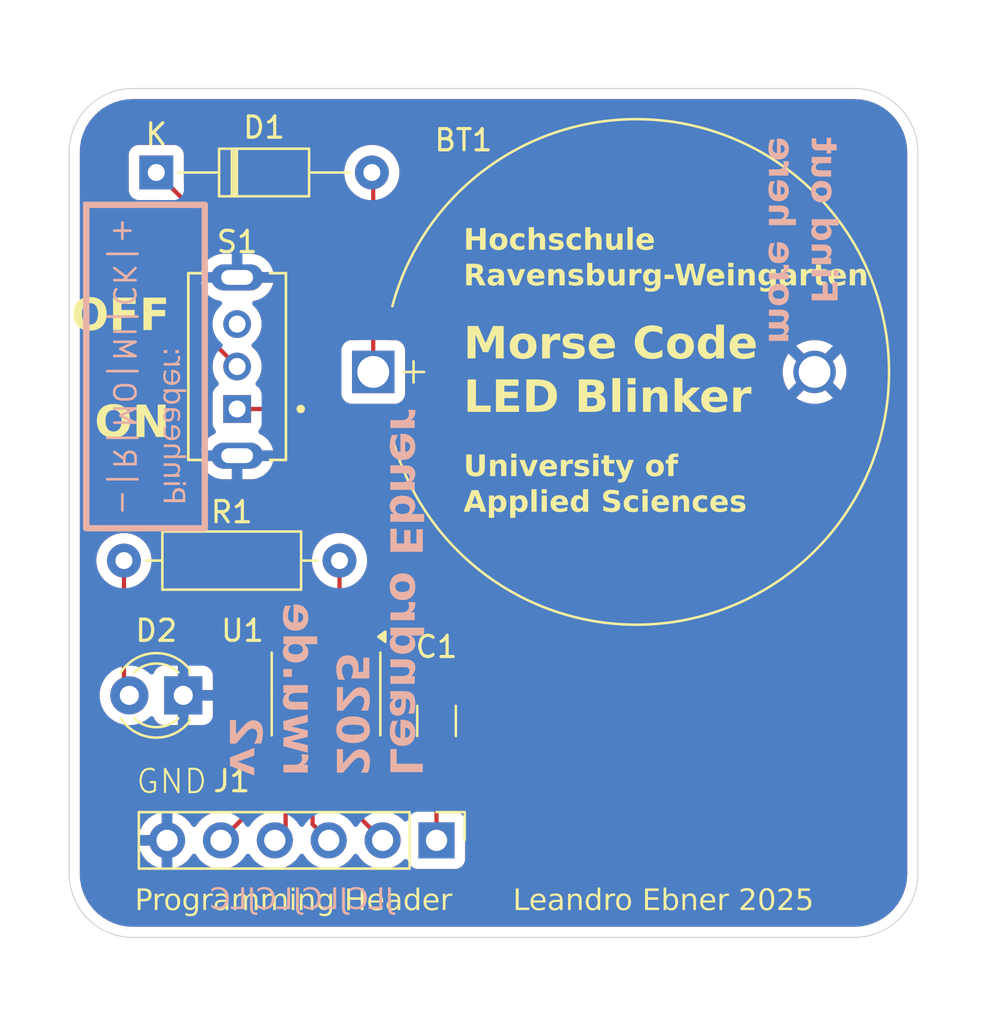
<source format=kicad_pcb>
(kicad_pcb (version 20241229) (generator "pcbnew") (generator_version "9.0")
  (title_block (title "Morse Code LED Blinker") (date "2025-10-15") (rev "2") (company "Leandro Ebner"))
  (layers (0 "F.Cu" signal) (2 "B.Cu" signal) (13 "F.Paste" user) (15 "B.Paste" user) (5 "F.SilkS" user "F.Silkscreen") (7 "B.SilkS" user "B.Silkscreen") (1 "F.Mask" user) (3 "B.Mask" user) (25 "Edge.Cuts" user))
  (net 0 "")
  (net 1 "GND")
  (net 2 "Net-(BT1-+)")
  (net 3 "+BATT")
  (net 4 "Net-(D2-A)")
  (net 5 "MOSI")
  (net 6 "~{RESET}")
  (net 7 "MISO")
  (net 8 "SCK")
  (net 9 "PB3")
  (net 12 "Net-(D1-K)")
  (footprint "Battery:BatteryHolder_MYOUNG_BS-07-A1BJ001_CR2032" (layer "F.Cu") (at 128.080546 86.106)
    (property "Reference" "BT1" (at 4.253454 -10.922 0) (layer "F.SilkS"))
    (property "Value" "CR2032" (hide yes))
    (fp_line (start 1.4 0) (end 2.4 0) (stroke (width 0.12)) (layer "F.SilkS"))
    (fp_line (start 1.9 -0.5) (end 1.9 0.5) (stroke (width 0.12)) (layer "F.SilkS"))
    (fp_arc (start 0.900001 -3.1) (mid 24.310499 0) (end 0.900001 3.1) (stroke (width 0.12)) (layer "F.SilkS"))
    (pad "1" thru_hole rect (at 0 0 180) (size 2 2) (drill 1.5) (layers "*.Cu" "*.Mask") (net 2 "Net-(BT1-+)"))
    (pad "2" thru_hole circle (at 20.8 0 180) (size 2 2) (drill 1.5) (layers "*.Cu" "*.Mask") (net 1 "GND"))
  )
  (footprint "Capacitor_SMD:C_1206_3216Metric_Pad1.33x1.80mm_HandSolder" (layer "F.Cu") (at 131.064 102.551 90)
    (property "Reference" "C1" (at 3.491 0 180) (layer "F.SilkS"))
    (property "Value" "100nF" (hide yes))
    (fp_line (start -0.711252 -0.91) (end 0.711252 -0.91) (stroke (width 0.12)) (layer "F.SilkS"))
    (fp_line (start -0.711252 0.91) (end 0.711252 0.91) (stroke (width 0.12)) (layer "F.SilkS"))
    (pad "1" smd roundrect (at -1.5625 0 90) (size 1.325 1.8) (layers "F.Cu" "F.Mask" "F.Paste") (roundrect_rratio 0.188679) (net 3 "+BATT"))
    (pad "2" smd roundrect (at 1.5625 0 90) (size 1.325 1.8) (layers "F.Cu" "F.Mask" "F.Paste") (roundrect_rratio 0.188679) (net 1 "GND"))
  )
  (footprint "Resistor_THT:R_Axial_DIN0207_L6.3mm_D2.5mm_P10.16mm_Horizontal" (layer "F.Cu") (at 126.492 94.996 180)
    (property "Reference" "R1" (at 5.08 2.286 0) (layer "F.SilkS"))
    (property "Value" "390Ω" (hide yes))
    (fp_line (start 9.12 0) (end 8.35 0) (stroke (width 0.12)) (layer "F.SilkS"))
    (fp_line (start 8.35 1.37) (end 8.35 -1.37) (stroke (width 0.12)) (layer "F.SilkS"))
    (fp_line (start 8.35 -1.37) (end 1.81 -1.37) (stroke (width 0.12)) (layer "F.SilkS"))
    (fp_line (start 1.81 1.37) (end 8.35 1.37) (stroke (width 0.12)) (layer "F.SilkS"))
    (fp_line (start 1.81 -1.37) (end 1.81 1.37) (stroke (width 0.12)) (layer "F.SilkS"))
    (fp_line (start 1.04 0) (end 1.81 0) (stroke (width 0.12)) (layer "F.SilkS"))
    (pad "1" thru_hole circle (at 0 0 180) (size 1.6 1.6) (drill 0.8) (layers "*.Cu" "*.Mask") (net 9 "PB3"))
    (pad "2" thru_hole oval (at 10.16 0 180) (size 1.6 1.6) (drill 0.8) (layers "*.Cu" "*.Mask") (net 4 "Net-(D2-A)"))
  )
  (footprint "foots:SW_SS12D07VG4" (layer "F.Cu") (at 121.666 85.852 90)
    (property "Reference" "S1" (at 5.874 0 0) (layer "F.SilkS"))
    (property "Value" "SPDT" (hide yes))
    (fp_line (start 4.4 -2.3) (end -4.4 -2.3) (stroke (width 0.127)) (layer "F.SilkS"))
    (fp_line (start 4.4 -2.3) (end 4.4 -1.55) (stroke (width 0.127)) (layer "F.SilkS"))
    (fp_line (start -4.4 -2.3) (end -4.4 -1.55) (stroke (width 0.127)) (layer "F.SilkS"))
    (fp_line (start 4.4 2.3) (end 4.4 1.55) (stroke (width 0.127)) (layer "F.SilkS"))
    (fp_line (start -4.4 2.3) (end -4.4 1.55) (stroke (width 0.127)) (layer "F.SilkS"))
    (fp_line (start -4.4 2.3) (end 4.4 2.3) (stroke (width 0.127)) (layer "F.SilkS"))
    (fp_circle (center -2 3) (end -1.9 3) (stroke (width 0.2)) (fill no) (layer "F.SilkS"))
    (pad "1" thru_hole rect (at -2 0 90) (size 1.308 1.308) (drill 0.8) (layers "*.Cu" "*.Mask") (net 3 "+BATT"))
    (pad "2" thru_hole circle (at 0 0 90) (size 1.308 1.308) (drill 0.8) (layers "*.Cu" "*.Mask") (net 12 "Net-(D1-K)"))
    (pad "3" thru_hole circle (at 2 0 90) (size 1.308 1.308) (drill 0.8) (layers "*.Cu" "*.Mask"))
    (pad "S1" thru_hole oval (at -4.2 0 90) (size 1.23 2.46) (drill oval 0.7 1.5) (layers "*.Cu" "*.Mask") (net 1 "GND"))
    (pad "S2" thru_hole oval (at 4.2 0 90) (size 1.23 2.46) (drill oval 0.7 1.5) (layers "*.Cu" "*.Mask") (net 1 "GND"))
  )
  (footprint "Connector_PinHeader_2.54mm:PinHeader_1x06_P2.54mm_Vertical" (layer "F.Cu") (at 131.064 108.1786 -90)
    (property "Reference" "J1" (at -2.794 9.652 0) (layer "F.SilkS"))
    (property "Value" "Pinheader 6x 2.54mm" (hide yes))
    (fp_line (start -1.33 14.03) (end 1.33 14.03) (stroke (width 0.12)) (layer "F.SilkS"))
    (fp_line (start -1.33 1.27) (end -1.33 14.03) (stroke (width 0.12)) (layer "F.SilkS"))
    (fp_line (start -1.33 1.27) (end 1.33 1.27) (stroke (width 0.12)) (layer "F.SilkS"))
    (fp_line (start 1.33 1.27) (end 1.33 14.03) (stroke (width 0.12)) (layer "F.SilkS"))
    (fp_line (start -1.33 0) (end -1.33 -1.33) (stroke (width 0.12)) (layer "F.SilkS"))
    (fp_line (start -1.33 -1.33) (end 0 -1.33) (stroke (width 0.12)) (layer "F.SilkS"))
    (pad "1" thru_hole rect (at 0 0 270) (size 1.7 1.7) (drill 1) (layers "*.Cu" "*.Mask") (net 3 "+BATT"))
    (pad "2" thru_hole oval (at 0 2.54 270) (size 1.7 1.7) (drill 1) (layers "*.Cu" "*.Mask") (net 8 "SCK"))
    (pad "3" thru_hole oval (at 0 5.08 270) (size 1.7 1.7) (drill 1) (layers "*.Cu" "*.Mask") (net 7 "MISO"))
    (pad "4" thru_hole oval (at 0 7.62 270) (size 1.7 1.7) (drill 1) (layers "*.Cu" "*.Mask") (net 5 "MOSI"))
    (pad "5" thru_hole oval (at 0 10.16 270) (size 1.7 1.7) (drill 1) (layers "*.Cu" "*.Mask") (net 6 "~{RESET}"))
    (pad "6" thru_hole oval (at 0 12.7 270) (size 1.7 1.7) (drill 1) (layers "*.Cu" "*.Mask") (net 1 "GND"))
  )
  (footprint "Package_SO:SOIC-8_3.9x4.9mm_P1.27mm" (layer "F.Cu") (at 125.857 101.281 -90)
    (property "Reference" "U1" (at -2.983 3.937 0) (layer "F.SilkS"))
    (property "Value" "ATtiny13A" (hide yes))
    (fp_line (start 0 2.56) (end -1.95 2.56) (stroke (width 0.12)) (layer "F.SilkS"))
    (fp_line (start 0 2.56) (end 1.95 2.56) (stroke (width 0.12)) (layer "F.SilkS"))
    (fp_line (start 0 -2.56) (end -1.95 -2.56) (stroke (width 0.12)) (layer "F.SilkS"))
    (fp_line (start 0 -2.56) (end 1.95 -2.56) (stroke (width 0.12)) (layer "F.SilkS"))
    (fp_poly (pts (xy -2.7 -2.465) (xy -2.94 -2.795) (xy -2.46 -2.795) (xy -2.7 -2.465)) (stroke (width 0.12)) (fill yes) (layer "F.SilkS"))
    (pad "1" smd roundrect (at -2.475 -1.905 270) (size 1.95 0.6) (layers "F.Cu" "F.Mask" "F.Paste") (net 6 "~{RESET}"))
    (pad "2" smd roundrect (at -2.475 -0.635 270) (size 1.95 0.6) (layers "F.Cu" "F.Mask" "F.Paste") (net 9 "PB3"))
    (pad "3" smd roundrect (at -2.475 0.635 270) (size 1.95 0.6) (layers "F.Cu" "F.Mask" "F.Paste"))
    (pad "4" smd roundrect (at -2.475 1.905 270) (size 1.95 0.6) (layers "F.Cu" "F.Mask" "F.Paste") (net 1 "GND"))
    (pad "5" smd roundrect (at 2.475 1.905 270) (size 1.95 0.6) (layers "F.Cu" "F.Mask" "F.Paste") (net 5 "MOSI"))
    (pad "6" smd roundrect (at 2.475 0.635 270) (size 1.95 0.6) (layers "F.Cu" "F.Mask" "F.Paste") (net 7 "MISO"))
    (pad "7" smd roundrect (at 2.475 -0.635 270) (size 1.95 0.6) (layers "F.Cu" "F.Mask" "F.Paste") (net 8 "SCK"))
    (pad "8" smd roundrect (at 2.475 -1.905 270) (size 1.95 0.6) (layers "F.Cu" "F.Mask" "F.Paste") (net 3 "+BATT"))
  )
  (footprint "Diode_THT:D_DO-35_SOD27_P10.16mm_Horizontal" (layer "F.Cu") (at 117.856 76.708)
    (property "Reference" "D1" (at 5.08 -2.12 0) (layer "F.SilkS"))
    (property "Value" "15mA 1V" (hide yes))
    (fp_line (start 1.04 0) (end 2.96 0) (stroke (width 0.12)) (layer "F.SilkS"))
    (fp_line (start 2.96 -1.12) (end 2.96 1.12) (stroke (width 0.12)) (layer "F.SilkS"))
    (fp_line (start 2.96 1.12) (end 7.2 1.12) (stroke (width 0.12)) (layer "F.SilkS"))
    (fp_line (start 3.56 -1.12) (end 3.56 1.12) (stroke (width 0.12)) (layer "F.SilkS"))
    (fp_line (start 3.68 -1.12) (end 3.68 1.12) (stroke (width 0.12)) (layer "F.SilkS"))
    (fp_line (start 3.8 -1.12) (end 3.8 1.12) (stroke (width 0.12)) (layer "F.SilkS"))
    (fp_line (start 7.2 -1.12) (end 2.96 -1.12) (stroke (width 0.12)) (layer "F.SilkS"))
    (fp_line (start 7.2 1.12) (end 7.2 -1.12) (stroke (width 0.12)) (layer "F.SilkS"))
    (fp_line (start 9.12 0) (end 7.2 0) (stroke (width 0.12)) (layer "F.SilkS"))
    (fp_text user "K" (at 0 -1.8 0) (layer "F.SilkS"))
    (pad "1" thru_hole rect (at 0 0) (size 1.6 1.6) (drill 0.8) (layers "*.Cu" "*.Mask") (net 12 "Net-(D1-K)"))
    (pad "2" thru_hole oval (at 10.16 0) (size 1.6 1.6) (drill 0.8) (layers "*.Cu" "*.Mask") (net 2 "Net-(BT1-+)"))
  )
  (footprint "LED_THT:LED_D3.0mm" (layer "F.Cu") (at 119.126 101.346 180)
    (property "Reference" "D2" (at 1.27 3.048 0) (layer "F.SilkS"))
    (property "Value" "20mA 1.8V-2.4V" (hide yes))
    (fp_line (start -0.29 1.08) (end -0.29 1.236) (stroke (width 0.12)) (layer "F.SilkS"))
    (fp_line (start -0.29 -1.236) (end -0.29 -1.08) (stroke (width 0.12)) (layer "F.SilkS"))
    (fp_arc (start 2.941397 1.080061) (mid 1.365624 1.987701) (end -0.29 1.235516) (stroke (width 0.12)) (layer "F.SilkS"))
    (fp_arc (start 2.31091 1.080049) (mid 1.269964 1.5) (end 0.229039 1.08) (stroke (width 0.12)) (layer "F.SilkS"))
    (fp_arc (start 0.229039 -1.08) (mid 1.269964 -1.5) (end 2.31091 -1.080049) (stroke (width 0.12)) (layer "F.SilkS"))
    (fp_arc (start -0.29 -1.235516) (mid 1.365624 -1.987701) (end 2.941397 -1.080061) (stroke (width 0.12)) (layer "F.SilkS"))
    (pad "1" thru_hole rect (at 0 0 180) (size 1.8 1.8) (drill 0.9) (layers "*.Cu" "*.Mask") (net 1 "GND"))
    (pad "2" thru_hole circle (at 2.54 0 180) (size 1.8 1.8) (drill 0.9) (layers "*.Cu" "*.Mask") (net 4 "Net-(D2-A)"))
  )
  (gr_rect (start 114.554 78.232) (end 120.142 93.472) (stroke (width 0.3)) (fill no) (layer "B.SilkS"))
  (gr_line (start 116.75 72.75) (end 150.75 72.75) (stroke (width 0.05)) (layer "Edge.Cuts"))
  (gr_arc (start 150.75 72.75) (mid 152.87132 73.62868) (end 153.75 75.75) (stroke (width 0.05)) (layer "Edge.Cuts"))
  (gr_arc (start 153.75 109.75) (mid 152.87132 111.87132) (end 150.75 112.75) (stroke (width 0.05)) (layer "Edge.Cuts"))
  (gr_line (start 113.75 109.75) (end 113.75 75.75) (stroke (width 0.05)) (layer "Edge.Cuts"))
  (gr_arc (start 116.75 112.75) (mid 114.62868 111.87132) (end 113.75 109.75) (stroke (width 0.05)) (layer "Edge.Cuts"))
  (gr_line (start 153.75 75.75) (end 153.75 109.75) (stroke (width 0.05)) (layer "Edge.Cuts"))
  (gr_line (start 150.75 112.75) (end 116.75 112.75) (stroke (width 0.05)) (layer "Edge.Cuts"))
  (gr_arc (start 113.75 75.75) (mid 114.62868 73.62868) (end 116.75 72.75) (stroke (width 0.05)) (layer "Edge.Cuts"))
  (gr_text "Programming Header" (at 116.84 111.633 0) (layer "F.SilkS") (effects (font (size 1 1) (thickness 0.125)) (justify left bottom)))
  (gr_text "OFF\n\nON\n\n" (at 118.491 91.948 0) (layer "F.SilkS") (effects (font (size 1.5 1.5) (thickness 0.3) (bold yes)) (justify right bottom)))
  (gr_text "Hochschule\nRavensburg-Weingarten" (at 132.334 80.772 0) (layer "F.SilkS") (effects (font (size 1 1) (thickness 0.2) (bold yes)) (justify left)))
  (gr_text "Morse Code\nLED Blinker" (at 132.334 86.106 0) (layer "F.SilkS") (effects (font (size 1.5 1.5) (thickness 0.3) (bold yes)) (justify left)))
  (gr_text "GND" (at 116.84 106.045 0) (layer "F.SilkS") (effects (font (size 1.1 1.1) (thickness 0.1)) (justify left bottom)))
  (gr_text "Leandro Ebner 2025" (at 134.660791 111.633 0) (layer "F.SilkS") (effects (font (size 1 1) (thickness 0.125)) (justify left bottom)))
  (gr_text "University of\nApplied Sciences" (at 132.334 91.44 0) (layer "F.SilkS") (effects (font (size 1 1) (thickness 0.2) (bold yes)) (justify left)))
  (gr_text "Leandro Ebner\n2025\nrwu.de\nv2" (at 125.73 105.156 270) (layer "B.SilkS") (effects (font (size 1.5 1.5) (thickness 0.3) (bold yes)) (justify left mirror)))
  (gr_text "Pinheader:" (at 118.618 88.646 270) (layer "B.SilkS") (effects (font (size 1 1) (thickness 0.1)) (justify mirror)))
  (gr_text "-|R|MO|MI|CK|+" (at 116.332 85.852 270) (layer "B.SilkS") (effects (font (size 1 1) (thickness 0.125)) (justify mirror)))
  (gr_text "Find out\nmore here" (at 148.2344 75.0316 270) (layer "B.SilkS") (effects (font (size 1.2 1.2) (thickness 0.2) (bold yes)) (justify right mirror)))
  (gr_text "JLCJLCJLCJLC" (at 124.714 110.998 0) (layer "B.SilkS") (effects (font (size 1 1)) (justify mirror)))
  (segment (start 128.080546 86.106) (end 128.080546 76.772546) (width 0.2) (layer "F.Cu") (net 2))
  (segment (start 128.080546 76.772546) (end 128.016 76.708) (width 0.2) (layer "F.Cu") (net 2))
  (segment (start 131.064 104.1135) (end 131.064 108.1786) (width 0.2) (layer "F.Cu") (net 3))
  (segment (start 131.699 108.077) (end 131.064 108.712) (width 0.2) (layer "F.Cu") (net 3))
  (segment (start 123.158 87.852) (end 132.842 97.536) (width 0.2) (layer "F.Cu") (net 3))
  (segment (start 132.842 102.3355) (end 131.064 104.1135) (width 0.2) (layer "F.Cu") (net 3))
  (segment (start 127.762 103.756) (end 128.1195 104.1135) (width 0.2) (layer "F.Cu") (net 3))
  (segment (start 128.1195 104.1135) (end 131.064 104.1135) (width 0.2) (layer "F.Cu") (net 3))
  (segment (start 132.842 97.536) (end 132.842 102.3355) (width 0.2) (layer "F.Cu") (net 3))
  (segment (start 121.666 87.852) (end 123.158 87.852) (width 0.2) (layer "F.Cu") (net 3))
  (segment (start 116.332 94.996) (end 116.332 101.092) (width 0.2) (layer "F.Cu") (net 4))
  (segment (start 116.332 101.092) (end 116.586 101.346) (width 0.2) (layer "F.Cu") (net 4))
  (segment (start 123.952 108.204) (end 123.444 108.712) (width 0.2) (layer "F.Cu") (net 5))
  (segment (start 123.952 107.6706) (end 123.444 108.1786) (width 0.2) (layer "F.Cu") (net 5))
  (segment (start 123.952 103.756) (end 123.952 107.6706) (width 0.2) (layer "F.Cu") (net 5))
  (segment (start 127.762 98.806) (end 127.762 100.076) (width 0.2) (layer "F.Cu") (net 6))
  (segment (start 127.762 100.076) (end 126.492 101.346) (width 0.2) (layer "F.Cu") (net 6))
  (segment (start 122.428 102.616) (end 122.428 106.6546) (width 0.2) (layer "F.Cu") (net 6))
  (segment (start 126.492 101.346) (end 123.698 101.346) (width 0.2) (layer "F.Cu") (net 6))
  (segment (start 123.698 101.346) (end 122.428 102.616) (width 0.2) (layer "F.Cu") (net 6))
  (segment (start 122.428 106.6546) (end 120.904 108.1786) (width 0.2) (layer "F.Cu") (net 6))
  (segment (start 125.984 108.1786) (end 125.222 107.4166) (width 0.2) (layer "F.Cu") (net 7))
  (segment (start 125.222 107.4166) (end 125.222 103.756) (width 0.2) (layer "F.Cu") (net 7))
  (segment (start 126.492 103.756) (end 126.492 106.1466) (width 0.2) (layer "F.Cu") (net 8))
  (segment (start 126.492 106.1466) (end 128.524 108.1786) (width 0.2) (layer "F.Cu") (net 8))
  (segment (start 126.492 98.806) (end 126.492 94.996) (width 0.2) (layer "F.Cu") (net 9))
  (segment (start 119.634 83.82) (end 121.666 85.852) (width 0.2) (layer "F.Cu") (net 12))
  (segment (start 117.856 76.708) (end 119.634 78.486) (width 0.2) (layer "F.Cu") (net 12))
  (segment (start 119.634 78.486) (end 119.634 83.82) (width 0.2) (layer "F.Cu") (net 12))
  (zone (net 1) (net_name "GND") (layer "F.Cu") (connect_pads (clearance 0.5)) (min_thickness 0.25) (fill yes (thermal_gap 0.5) (thermal_bridge_width 0.5))
    (polygon (pts (xy 112.014 71.12) (xy 155.448 71.12) (xy 155.448 114.554) (xy 112.268 114.554)))
  )
  (zone (net 1) (net_name "GND") (layer "B.Cu") (priority 1) (connect_pads (clearance 0.5)) (min_thickness 0.25) (fill yes (thermal_gap 0.5) (thermal_bridge_width 0.5) (island_removal_mode 1) (island_area_min 10))
    (polygon (pts (xy 110.49 68.58) (xy 157.48 68.58) (xy 157.48 116.84) (xy 110.49 116.84)))
  )
)
</source>
